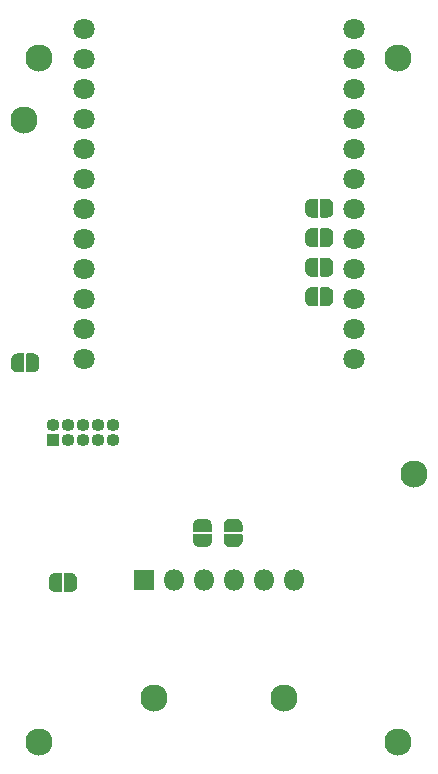
<source format=gbr>
%TF.GenerationSoftware,KiCad,Pcbnew,5.1.6*%
%TF.CreationDate,2020-09-04T21:44:15-07:00*%
%TF.ProjectId,sniffer,736e6966-6665-4722-9e6b-696361645f70,rev?*%
%TF.SameCoordinates,Original*%
%TF.FileFunction,Soldermask,Bot*%
%TF.FilePolarity,Negative*%
%FSLAX46Y46*%
G04 Gerber Fmt 4.6, Leading zero omitted, Abs format (unit mm)*
G04 Created by KiCad (PCBNEW 5.1.6) date 2020-09-04 21:44:15*
%MOMM*%
%LPD*%
G01*
G04 APERTURE LIST*
%ADD10C,2.300000*%
%ADD11O,1.800000X1.800000*%
%ADD12R,1.800000X1.800000*%
%ADD13O,1.100000X1.100000*%
%ADD14R,1.100000X1.100000*%
%ADD15C,1.800000*%
%ADD16C,0.100000*%
G04 APERTURE END LIST*
D10*
%TO.C,J1*%
X125500000Y-94000000D03*
X114500000Y-94000000D03*
D11*
X126350000Y-84000000D03*
X123810000Y-84000000D03*
X121270000Y-84000000D03*
X118730000Y-84000000D03*
X116190000Y-84000000D03*
D12*
X113650000Y-84000000D03*
%TD*%
D13*
%TO.C,J2*%
X107230000Y-70900000D03*
X105960000Y-70900000D03*
X109770000Y-70900000D03*
X111040000Y-72170000D03*
X111040000Y-70900000D03*
X107230000Y-72170000D03*
X108500000Y-70900000D03*
X109770000Y-72170000D03*
D14*
X105960000Y-72170000D03*
D13*
X108500000Y-72170000D03*
D10*
X103500000Y-45000000D03*
X136500000Y-75000000D03*
%TD*%
%TO.C,H4*%
X135200000Y-97700000D03*
%TD*%
%TO.C,H3*%
X135200000Y-39800000D03*
%TD*%
%TO.C,H2*%
X104800000Y-97700000D03*
%TD*%
%TO.C,H1*%
X104800000Y-39800000D03*
%TD*%
D15*
%TO.C,U1*%
X108570000Y-65240000D03*
X108570000Y-62700000D03*
X108570000Y-60160000D03*
X108570000Y-57620000D03*
X108570000Y-55080000D03*
X108570000Y-52540000D03*
X108570000Y-50000000D03*
X108570000Y-47460000D03*
X108570000Y-44920000D03*
X108570000Y-42380000D03*
X108570000Y-39840000D03*
X108570000Y-37300000D03*
X131430000Y-65240000D03*
X131430000Y-62700000D03*
X131430000Y-60160000D03*
X131430000Y-57620000D03*
X131430000Y-55080000D03*
X131430000Y-52540000D03*
X131430000Y-50000000D03*
X131430000Y-47460000D03*
X131430000Y-44920000D03*
X131430000Y-42380000D03*
X131430000Y-39840000D03*
X131430000Y-37300000D03*
%TD*%
D16*
%TO.C,JP1*%
G36*
X106659755Y-83400961D02*
G01*
X106669134Y-83403806D01*
X106677779Y-83408427D01*
X106685355Y-83414645D01*
X106691573Y-83422221D01*
X106696194Y-83430866D01*
X106699039Y-83440245D01*
X106700000Y-83450000D01*
X106700000Y-84950000D01*
X106699039Y-84959755D01*
X106696194Y-84969134D01*
X106691573Y-84977779D01*
X106685355Y-84985355D01*
X106677779Y-84991573D01*
X106669134Y-84996194D01*
X106659755Y-84999039D01*
X106650000Y-85000000D01*
X106150000Y-85000000D01*
X106143889Y-84999398D01*
X106125466Y-84999398D01*
X106120565Y-84999157D01*
X106071734Y-84994347D01*
X106066881Y-84993627D01*
X106018756Y-84984055D01*
X106013995Y-84982863D01*
X105967040Y-84968619D01*
X105962421Y-84966966D01*
X105917088Y-84948189D01*
X105912651Y-84946091D01*
X105869378Y-84922960D01*
X105865171Y-84920438D01*
X105824372Y-84893178D01*
X105820430Y-84890254D01*
X105782501Y-84859126D01*
X105778866Y-84855831D01*
X105744169Y-84821134D01*
X105740874Y-84817499D01*
X105709746Y-84779570D01*
X105706822Y-84775628D01*
X105679562Y-84734829D01*
X105677040Y-84730622D01*
X105653909Y-84687349D01*
X105651811Y-84682912D01*
X105633034Y-84637579D01*
X105631381Y-84632960D01*
X105617137Y-84586005D01*
X105615945Y-84581244D01*
X105606373Y-84533119D01*
X105605653Y-84528266D01*
X105600843Y-84479435D01*
X105600602Y-84474534D01*
X105600602Y-84456111D01*
X105600000Y-84450000D01*
X105600000Y-83950000D01*
X105600602Y-83943889D01*
X105600602Y-83925466D01*
X105600843Y-83920565D01*
X105605653Y-83871734D01*
X105606373Y-83866881D01*
X105615945Y-83818756D01*
X105617137Y-83813995D01*
X105631381Y-83767040D01*
X105633034Y-83762421D01*
X105651811Y-83717088D01*
X105653909Y-83712651D01*
X105677040Y-83669378D01*
X105679562Y-83665171D01*
X105706822Y-83624372D01*
X105709746Y-83620430D01*
X105740874Y-83582501D01*
X105744169Y-83578866D01*
X105778866Y-83544169D01*
X105782501Y-83540874D01*
X105820430Y-83509746D01*
X105824372Y-83506822D01*
X105865171Y-83479562D01*
X105869378Y-83477040D01*
X105912651Y-83453909D01*
X105917088Y-83451811D01*
X105962421Y-83433034D01*
X105967040Y-83431381D01*
X106013995Y-83417137D01*
X106018756Y-83415945D01*
X106066881Y-83406373D01*
X106071734Y-83405653D01*
X106120565Y-83400843D01*
X106125466Y-83400602D01*
X106143889Y-83400602D01*
X106150000Y-83400000D01*
X106650000Y-83400000D01*
X106659755Y-83400961D01*
G37*
G36*
X107456111Y-83400602D02*
G01*
X107474534Y-83400602D01*
X107479435Y-83400843D01*
X107528266Y-83405653D01*
X107533119Y-83406373D01*
X107581244Y-83415945D01*
X107586005Y-83417137D01*
X107632960Y-83431381D01*
X107637579Y-83433034D01*
X107682912Y-83451811D01*
X107687349Y-83453909D01*
X107730622Y-83477040D01*
X107734829Y-83479562D01*
X107775628Y-83506822D01*
X107779570Y-83509746D01*
X107817499Y-83540874D01*
X107821134Y-83544169D01*
X107855831Y-83578866D01*
X107859126Y-83582501D01*
X107890254Y-83620430D01*
X107893178Y-83624372D01*
X107920438Y-83665171D01*
X107922960Y-83669378D01*
X107946091Y-83712651D01*
X107948189Y-83717088D01*
X107966966Y-83762421D01*
X107968619Y-83767040D01*
X107982863Y-83813995D01*
X107984055Y-83818756D01*
X107993627Y-83866881D01*
X107994347Y-83871734D01*
X107999157Y-83920565D01*
X107999398Y-83925466D01*
X107999398Y-83943889D01*
X108000000Y-83950000D01*
X108000000Y-84450000D01*
X107999398Y-84456111D01*
X107999398Y-84474534D01*
X107999157Y-84479435D01*
X107994347Y-84528266D01*
X107993627Y-84533119D01*
X107984055Y-84581244D01*
X107982863Y-84586005D01*
X107968619Y-84632960D01*
X107966966Y-84637579D01*
X107948189Y-84682912D01*
X107946091Y-84687349D01*
X107922960Y-84730622D01*
X107920438Y-84734829D01*
X107893178Y-84775628D01*
X107890254Y-84779570D01*
X107859126Y-84817499D01*
X107855831Y-84821134D01*
X107821134Y-84855831D01*
X107817499Y-84859126D01*
X107779570Y-84890254D01*
X107775628Y-84893178D01*
X107734829Y-84920438D01*
X107730622Y-84922960D01*
X107687349Y-84946091D01*
X107682912Y-84948189D01*
X107637579Y-84966966D01*
X107632960Y-84968619D01*
X107586005Y-84982863D01*
X107581244Y-84984055D01*
X107533119Y-84993627D01*
X107528266Y-84994347D01*
X107479435Y-84999157D01*
X107474534Y-84999398D01*
X107456111Y-84999398D01*
X107450000Y-85000000D01*
X106950000Y-85000000D01*
X106940245Y-84999039D01*
X106930866Y-84996194D01*
X106922221Y-84991573D01*
X106914645Y-84985355D01*
X106908427Y-84977779D01*
X106903806Y-84969134D01*
X106900961Y-84959755D01*
X106900000Y-84950000D01*
X106900000Y-83450000D01*
X106900961Y-83440245D01*
X106903806Y-83430866D01*
X106908427Y-83422221D01*
X106914645Y-83414645D01*
X106922221Y-83408427D01*
X106930866Y-83403806D01*
X106940245Y-83400961D01*
X106950000Y-83400000D01*
X107450000Y-83400000D01*
X107456111Y-83400602D01*
G37*
%TD*%
%TO.C,JP2*%
G36*
X117800961Y-80140245D02*
G01*
X117803806Y-80130866D01*
X117808427Y-80122221D01*
X117814645Y-80114645D01*
X117822221Y-80108427D01*
X117830866Y-80103806D01*
X117840245Y-80100961D01*
X117850000Y-80100000D01*
X119350000Y-80100000D01*
X119359755Y-80100961D01*
X119369134Y-80103806D01*
X119377779Y-80108427D01*
X119385355Y-80114645D01*
X119391573Y-80122221D01*
X119396194Y-80130866D01*
X119399039Y-80140245D01*
X119400000Y-80150000D01*
X119400000Y-80650000D01*
X119399398Y-80656111D01*
X119399398Y-80674534D01*
X119399157Y-80679435D01*
X119394347Y-80728266D01*
X119393627Y-80733119D01*
X119384055Y-80781244D01*
X119382863Y-80786005D01*
X119368619Y-80832960D01*
X119366966Y-80837579D01*
X119348189Y-80882912D01*
X119346091Y-80887349D01*
X119322960Y-80930622D01*
X119320438Y-80934829D01*
X119293178Y-80975628D01*
X119290254Y-80979570D01*
X119259126Y-81017499D01*
X119255831Y-81021134D01*
X119221134Y-81055831D01*
X119217499Y-81059126D01*
X119179570Y-81090254D01*
X119175628Y-81093178D01*
X119134829Y-81120438D01*
X119130622Y-81122960D01*
X119087349Y-81146091D01*
X119082912Y-81148189D01*
X119037579Y-81166966D01*
X119032960Y-81168619D01*
X118986005Y-81182863D01*
X118981244Y-81184055D01*
X118933119Y-81193627D01*
X118928266Y-81194347D01*
X118879435Y-81199157D01*
X118874534Y-81199398D01*
X118856111Y-81199398D01*
X118850000Y-81200000D01*
X118350000Y-81200000D01*
X118343889Y-81199398D01*
X118325466Y-81199398D01*
X118320565Y-81199157D01*
X118271734Y-81194347D01*
X118266881Y-81193627D01*
X118218756Y-81184055D01*
X118213995Y-81182863D01*
X118167040Y-81168619D01*
X118162421Y-81166966D01*
X118117088Y-81148189D01*
X118112651Y-81146091D01*
X118069378Y-81122960D01*
X118065171Y-81120438D01*
X118024372Y-81093178D01*
X118020430Y-81090254D01*
X117982501Y-81059126D01*
X117978866Y-81055831D01*
X117944169Y-81021134D01*
X117940874Y-81017499D01*
X117909746Y-80979570D01*
X117906822Y-80975628D01*
X117879562Y-80934829D01*
X117877040Y-80930622D01*
X117853909Y-80887349D01*
X117851811Y-80882912D01*
X117833034Y-80837579D01*
X117831381Y-80832960D01*
X117817137Y-80786005D01*
X117815945Y-80781244D01*
X117806373Y-80733119D01*
X117805653Y-80728266D01*
X117800843Y-80679435D01*
X117800602Y-80674534D01*
X117800602Y-80656111D01*
X117800000Y-80650000D01*
X117800000Y-80150000D01*
X117800961Y-80140245D01*
G37*
G36*
X117800602Y-79343889D02*
G01*
X117800602Y-79325466D01*
X117800843Y-79320565D01*
X117805653Y-79271734D01*
X117806373Y-79266881D01*
X117815945Y-79218756D01*
X117817137Y-79213995D01*
X117831381Y-79167040D01*
X117833034Y-79162421D01*
X117851811Y-79117088D01*
X117853909Y-79112651D01*
X117877040Y-79069378D01*
X117879562Y-79065171D01*
X117906822Y-79024372D01*
X117909746Y-79020430D01*
X117940874Y-78982501D01*
X117944169Y-78978866D01*
X117978866Y-78944169D01*
X117982501Y-78940874D01*
X118020430Y-78909746D01*
X118024372Y-78906822D01*
X118065171Y-78879562D01*
X118069378Y-78877040D01*
X118112651Y-78853909D01*
X118117088Y-78851811D01*
X118162421Y-78833034D01*
X118167040Y-78831381D01*
X118213995Y-78817137D01*
X118218756Y-78815945D01*
X118266881Y-78806373D01*
X118271734Y-78805653D01*
X118320565Y-78800843D01*
X118325466Y-78800602D01*
X118343889Y-78800602D01*
X118350000Y-78800000D01*
X118850000Y-78800000D01*
X118856111Y-78800602D01*
X118874534Y-78800602D01*
X118879435Y-78800843D01*
X118928266Y-78805653D01*
X118933119Y-78806373D01*
X118981244Y-78815945D01*
X118986005Y-78817137D01*
X119032960Y-78831381D01*
X119037579Y-78833034D01*
X119082912Y-78851811D01*
X119087349Y-78853909D01*
X119130622Y-78877040D01*
X119134829Y-78879562D01*
X119175628Y-78906822D01*
X119179570Y-78909746D01*
X119217499Y-78940874D01*
X119221134Y-78944169D01*
X119255831Y-78978866D01*
X119259126Y-78982501D01*
X119290254Y-79020430D01*
X119293178Y-79024372D01*
X119320438Y-79065171D01*
X119322960Y-79069378D01*
X119346091Y-79112651D01*
X119348189Y-79117088D01*
X119366966Y-79162421D01*
X119368619Y-79167040D01*
X119382863Y-79213995D01*
X119384055Y-79218756D01*
X119393627Y-79266881D01*
X119394347Y-79271734D01*
X119399157Y-79320565D01*
X119399398Y-79325466D01*
X119399398Y-79343889D01*
X119400000Y-79350000D01*
X119400000Y-79850000D01*
X119399039Y-79859755D01*
X119396194Y-79869134D01*
X119391573Y-79877779D01*
X119385355Y-79885355D01*
X119377779Y-79891573D01*
X119369134Y-79896194D01*
X119359755Y-79899039D01*
X119350000Y-79900000D01*
X117850000Y-79900000D01*
X117840245Y-79899039D01*
X117830866Y-79896194D01*
X117822221Y-79891573D01*
X117814645Y-79885355D01*
X117808427Y-79877779D01*
X117803806Y-79869134D01*
X117800961Y-79859755D01*
X117800000Y-79850000D01*
X117800000Y-79350000D01*
X117800602Y-79343889D01*
G37*
%TD*%
%TO.C,JP3*%
G36*
X120400961Y-80140245D02*
G01*
X120403806Y-80130866D01*
X120408427Y-80122221D01*
X120414645Y-80114645D01*
X120422221Y-80108427D01*
X120430866Y-80103806D01*
X120440245Y-80100961D01*
X120450000Y-80100000D01*
X121950000Y-80100000D01*
X121959755Y-80100961D01*
X121969134Y-80103806D01*
X121977779Y-80108427D01*
X121985355Y-80114645D01*
X121991573Y-80122221D01*
X121996194Y-80130866D01*
X121999039Y-80140245D01*
X122000000Y-80150000D01*
X122000000Y-80650000D01*
X121999398Y-80656111D01*
X121999398Y-80674534D01*
X121999157Y-80679435D01*
X121994347Y-80728266D01*
X121993627Y-80733119D01*
X121984055Y-80781244D01*
X121982863Y-80786005D01*
X121968619Y-80832960D01*
X121966966Y-80837579D01*
X121948189Y-80882912D01*
X121946091Y-80887349D01*
X121922960Y-80930622D01*
X121920438Y-80934829D01*
X121893178Y-80975628D01*
X121890254Y-80979570D01*
X121859126Y-81017499D01*
X121855831Y-81021134D01*
X121821134Y-81055831D01*
X121817499Y-81059126D01*
X121779570Y-81090254D01*
X121775628Y-81093178D01*
X121734829Y-81120438D01*
X121730622Y-81122960D01*
X121687349Y-81146091D01*
X121682912Y-81148189D01*
X121637579Y-81166966D01*
X121632960Y-81168619D01*
X121586005Y-81182863D01*
X121581244Y-81184055D01*
X121533119Y-81193627D01*
X121528266Y-81194347D01*
X121479435Y-81199157D01*
X121474534Y-81199398D01*
X121456111Y-81199398D01*
X121450000Y-81200000D01*
X120950000Y-81200000D01*
X120943889Y-81199398D01*
X120925466Y-81199398D01*
X120920565Y-81199157D01*
X120871734Y-81194347D01*
X120866881Y-81193627D01*
X120818756Y-81184055D01*
X120813995Y-81182863D01*
X120767040Y-81168619D01*
X120762421Y-81166966D01*
X120717088Y-81148189D01*
X120712651Y-81146091D01*
X120669378Y-81122960D01*
X120665171Y-81120438D01*
X120624372Y-81093178D01*
X120620430Y-81090254D01*
X120582501Y-81059126D01*
X120578866Y-81055831D01*
X120544169Y-81021134D01*
X120540874Y-81017499D01*
X120509746Y-80979570D01*
X120506822Y-80975628D01*
X120479562Y-80934829D01*
X120477040Y-80930622D01*
X120453909Y-80887349D01*
X120451811Y-80882912D01*
X120433034Y-80837579D01*
X120431381Y-80832960D01*
X120417137Y-80786005D01*
X120415945Y-80781244D01*
X120406373Y-80733119D01*
X120405653Y-80728266D01*
X120400843Y-80679435D01*
X120400602Y-80674534D01*
X120400602Y-80656111D01*
X120400000Y-80650000D01*
X120400000Y-80150000D01*
X120400961Y-80140245D01*
G37*
G36*
X120400602Y-79343889D02*
G01*
X120400602Y-79325466D01*
X120400843Y-79320565D01*
X120405653Y-79271734D01*
X120406373Y-79266881D01*
X120415945Y-79218756D01*
X120417137Y-79213995D01*
X120431381Y-79167040D01*
X120433034Y-79162421D01*
X120451811Y-79117088D01*
X120453909Y-79112651D01*
X120477040Y-79069378D01*
X120479562Y-79065171D01*
X120506822Y-79024372D01*
X120509746Y-79020430D01*
X120540874Y-78982501D01*
X120544169Y-78978866D01*
X120578866Y-78944169D01*
X120582501Y-78940874D01*
X120620430Y-78909746D01*
X120624372Y-78906822D01*
X120665171Y-78879562D01*
X120669378Y-78877040D01*
X120712651Y-78853909D01*
X120717088Y-78851811D01*
X120762421Y-78833034D01*
X120767040Y-78831381D01*
X120813995Y-78817137D01*
X120818756Y-78815945D01*
X120866881Y-78806373D01*
X120871734Y-78805653D01*
X120920565Y-78800843D01*
X120925466Y-78800602D01*
X120943889Y-78800602D01*
X120950000Y-78800000D01*
X121450000Y-78800000D01*
X121456111Y-78800602D01*
X121474534Y-78800602D01*
X121479435Y-78800843D01*
X121528266Y-78805653D01*
X121533119Y-78806373D01*
X121581244Y-78815945D01*
X121586005Y-78817137D01*
X121632960Y-78831381D01*
X121637579Y-78833034D01*
X121682912Y-78851811D01*
X121687349Y-78853909D01*
X121730622Y-78877040D01*
X121734829Y-78879562D01*
X121775628Y-78906822D01*
X121779570Y-78909746D01*
X121817499Y-78940874D01*
X121821134Y-78944169D01*
X121855831Y-78978866D01*
X121859126Y-78982501D01*
X121890254Y-79020430D01*
X121893178Y-79024372D01*
X121920438Y-79065171D01*
X121922960Y-79069378D01*
X121946091Y-79112651D01*
X121948189Y-79117088D01*
X121966966Y-79162421D01*
X121968619Y-79167040D01*
X121982863Y-79213995D01*
X121984055Y-79218756D01*
X121993627Y-79266881D01*
X121994347Y-79271734D01*
X121999157Y-79320565D01*
X121999398Y-79325466D01*
X121999398Y-79343889D01*
X122000000Y-79350000D01*
X122000000Y-79850000D01*
X121999039Y-79859755D01*
X121996194Y-79869134D01*
X121991573Y-79877779D01*
X121985355Y-79885355D01*
X121977779Y-79891573D01*
X121969134Y-79896194D01*
X121959755Y-79899039D01*
X121950000Y-79900000D01*
X120450000Y-79900000D01*
X120440245Y-79899039D01*
X120430866Y-79896194D01*
X120422221Y-79891573D01*
X120414645Y-79885355D01*
X120408427Y-79877779D01*
X120403806Y-79869134D01*
X120400961Y-79859755D01*
X120400000Y-79850000D01*
X120400000Y-79350000D01*
X120400602Y-79343889D01*
G37*
%TD*%
%TO.C,JP4*%
G36*
X128640245Y-53299039D02*
G01*
X128630866Y-53296194D01*
X128622221Y-53291573D01*
X128614645Y-53285355D01*
X128608427Y-53277779D01*
X128603806Y-53269134D01*
X128600961Y-53259755D01*
X128600000Y-53250000D01*
X128600000Y-51750000D01*
X128600961Y-51740245D01*
X128603806Y-51730866D01*
X128608427Y-51722221D01*
X128614645Y-51714645D01*
X128622221Y-51708427D01*
X128630866Y-51703806D01*
X128640245Y-51700961D01*
X128650000Y-51700000D01*
X129150000Y-51700000D01*
X129156111Y-51700602D01*
X129174534Y-51700602D01*
X129179435Y-51700843D01*
X129228266Y-51705653D01*
X129233119Y-51706373D01*
X129281244Y-51715945D01*
X129286005Y-51717137D01*
X129332960Y-51731381D01*
X129337579Y-51733034D01*
X129382912Y-51751811D01*
X129387349Y-51753909D01*
X129430622Y-51777040D01*
X129434829Y-51779562D01*
X129475628Y-51806822D01*
X129479570Y-51809746D01*
X129517499Y-51840874D01*
X129521134Y-51844169D01*
X129555831Y-51878866D01*
X129559126Y-51882501D01*
X129590254Y-51920430D01*
X129593178Y-51924372D01*
X129620438Y-51965171D01*
X129622960Y-51969378D01*
X129646091Y-52012651D01*
X129648189Y-52017088D01*
X129666966Y-52062421D01*
X129668619Y-52067040D01*
X129682863Y-52113995D01*
X129684055Y-52118756D01*
X129693627Y-52166881D01*
X129694347Y-52171734D01*
X129699157Y-52220565D01*
X129699398Y-52225466D01*
X129699398Y-52243889D01*
X129700000Y-52250000D01*
X129700000Y-52750000D01*
X129699398Y-52756111D01*
X129699398Y-52774534D01*
X129699157Y-52779435D01*
X129694347Y-52828266D01*
X129693627Y-52833119D01*
X129684055Y-52881244D01*
X129682863Y-52886005D01*
X129668619Y-52932960D01*
X129666966Y-52937579D01*
X129648189Y-52982912D01*
X129646091Y-52987349D01*
X129622960Y-53030622D01*
X129620438Y-53034829D01*
X129593178Y-53075628D01*
X129590254Y-53079570D01*
X129559126Y-53117499D01*
X129555831Y-53121134D01*
X129521134Y-53155831D01*
X129517499Y-53159126D01*
X129479570Y-53190254D01*
X129475628Y-53193178D01*
X129434829Y-53220438D01*
X129430622Y-53222960D01*
X129387349Y-53246091D01*
X129382912Y-53248189D01*
X129337579Y-53266966D01*
X129332960Y-53268619D01*
X129286005Y-53282863D01*
X129281244Y-53284055D01*
X129233119Y-53293627D01*
X129228266Y-53294347D01*
X129179435Y-53299157D01*
X129174534Y-53299398D01*
X129156111Y-53299398D01*
X129150000Y-53300000D01*
X128650000Y-53300000D01*
X128640245Y-53299039D01*
G37*
G36*
X127843889Y-53299398D02*
G01*
X127825466Y-53299398D01*
X127820565Y-53299157D01*
X127771734Y-53294347D01*
X127766881Y-53293627D01*
X127718756Y-53284055D01*
X127713995Y-53282863D01*
X127667040Y-53268619D01*
X127662421Y-53266966D01*
X127617088Y-53248189D01*
X127612651Y-53246091D01*
X127569378Y-53222960D01*
X127565171Y-53220438D01*
X127524372Y-53193178D01*
X127520430Y-53190254D01*
X127482501Y-53159126D01*
X127478866Y-53155831D01*
X127444169Y-53121134D01*
X127440874Y-53117499D01*
X127409746Y-53079570D01*
X127406822Y-53075628D01*
X127379562Y-53034829D01*
X127377040Y-53030622D01*
X127353909Y-52987349D01*
X127351811Y-52982912D01*
X127333034Y-52937579D01*
X127331381Y-52932960D01*
X127317137Y-52886005D01*
X127315945Y-52881244D01*
X127306373Y-52833119D01*
X127305653Y-52828266D01*
X127300843Y-52779435D01*
X127300602Y-52774534D01*
X127300602Y-52756111D01*
X127300000Y-52750000D01*
X127300000Y-52250000D01*
X127300602Y-52243889D01*
X127300602Y-52225466D01*
X127300843Y-52220565D01*
X127305653Y-52171734D01*
X127306373Y-52166881D01*
X127315945Y-52118756D01*
X127317137Y-52113995D01*
X127331381Y-52067040D01*
X127333034Y-52062421D01*
X127351811Y-52017088D01*
X127353909Y-52012651D01*
X127377040Y-51969378D01*
X127379562Y-51965171D01*
X127406822Y-51924372D01*
X127409746Y-51920430D01*
X127440874Y-51882501D01*
X127444169Y-51878866D01*
X127478866Y-51844169D01*
X127482501Y-51840874D01*
X127520430Y-51809746D01*
X127524372Y-51806822D01*
X127565171Y-51779562D01*
X127569378Y-51777040D01*
X127612651Y-51753909D01*
X127617088Y-51751811D01*
X127662421Y-51733034D01*
X127667040Y-51731381D01*
X127713995Y-51717137D01*
X127718756Y-51715945D01*
X127766881Y-51706373D01*
X127771734Y-51705653D01*
X127820565Y-51700843D01*
X127825466Y-51700602D01*
X127843889Y-51700602D01*
X127850000Y-51700000D01*
X128350000Y-51700000D01*
X128359755Y-51700961D01*
X128369134Y-51703806D01*
X128377779Y-51708427D01*
X128385355Y-51714645D01*
X128391573Y-51722221D01*
X128396194Y-51730866D01*
X128399039Y-51740245D01*
X128400000Y-51750000D01*
X128400000Y-53250000D01*
X128399039Y-53259755D01*
X128396194Y-53269134D01*
X128391573Y-53277779D01*
X128385355Y-53285355D01*
X128377779Y-53291573D01*
X128369134Y-53296194D01*
X128359755Y-53299039D01*
X128350000Y-53300000D01*
X127850000Y-53300000D01*
X127843889Y-53299398D01*
G37*
%TD*%
%TO.C,JP5*%
G36*
X128640245Y-55799039D02*
G01*
X128630866Y-55796194D01*
X128622221Y-55791573D01*
X128614645Y-55785355D01*
X128608427Y-55777779D01*
X128603806Y-55769134D01*
X128600961Y-55759755D01*
X128600000Y-55750000D01*
X128600000Y-54250000D01*
X128600961Y-54240245D01*
X128603806Y-54230866D01*
X128608427Y-54222221D01*
X128614645Y-54214645D01*
X128622221Y-54208427D01*
X128630866Y-54203806D01*
X128640245Y-54200961D01*
X128650000Y-54200000D01*
X129150000Y-54200000D01*
X129156111Y-54200602D01*
X129174534Y-54200602D01*
X129179435Y-54200843D01*
X129228266Y-54205653D01*
X129233119Y-54206373D01*
X129281244Y-54215945D01*
X129286005Y-54217137D01*
X129332960Y-54231381D01*
X129337579Y-54233034D01*
X129382912Y-54251811D01*
X129387349Y-54253909D01*
X129430622Y-54277040D01*
X129434829Y-54279562D01*
X129475628Y-54306822D01*
X129479570Y-54309746D01*
X129517499Y-54340874D01*
X129521134Y-54344169D01*
X129555831Y-54378866D01*
X129559126Y-54382501D01*
X129590254Y-54420430D01*
X129593178Y-54424372D01*
X129620438Y-54465171D01*
X129622960Y-54469378D01*
X129646091Y-54512651D01*
X129648189Y-54517088D01*
X129666966Y-54562421D01*
X129668619Y-54567040D01*
X129682863Y-54613995D01*
X129684055Y-54618756D01*
X129693627Y-54666881D01*
X129694347Y-54671734D01*
X129699157Y-54720565D01*
X129699398Y-54725466D01*
X129699398Y-54743889D01*
X129700000Y-54750000D01*
X129700000Y-55250000D01*
X129699398Y-55256111D01*
X129699398Y-55274534D01*
X129699157Y-55279435D01*
X129694347Y-55328266D01*
X129693627Y-55333119D01*
X129684055Y-55381244D01*
X129682863Y-55386005D01*
X129668619Y-55432960D01*
X129666966Y-55437579D01*
X129648189Y-55482912D01*
X129646091Y-55487349D01*
X129622960Y-55530622D01*
X129620438Y-55534829D01*
X129593178Y-55575628D01*
X129590254Y-55579570D01*
X129559126Y-55617499D01*
X129555831Y-55621134D01*
X129521134Y-55655831D01*
X129517499Y-55659126D01*
X129479570Y-55690254D01*
X129475628Y-55693178D01*
X129434829Y-55720438D01*
X129430622Y-55722960D01*
X129387349Y-55746091D01*
X129382912Y-55748189D01*
X129337579Y-55766966D01*
X129332960Y-55768619D01*
X129286005Y-55782863D01*
X129281244Y-55784055D01*
X129233119Y-55793627D01*
X129228266Y-55794347D01*
X129179435Y-55799157D01*
X129174534Y-55799398D01*
X129156111Y-55799398D01*
X129150000Y-55800000D01*
X128650000Y-55800000D01*
X128640245Y-55799039D01*
G37*
G36*
X127843889Y-55799398D02*
G01*
X127825466Y-55799398D01*
X127820565Y-55799157D01*
X127771734Y-55794347D01*
X127766881Y-55793627D01*
X127718756Y-55784055D01*
X127713995Y-55782863D01*
X127667040Y-55768619D01*
X127662421Y-55766966D01*
X127617088Y-55748189D01*
X127612651Y-55746091D01*
X127569378Y-55722960D01*
X127565171Y-55720438D01*
X127524372Y-55693178D01*
X127520430Y-55690254D01*
X127482501Y-55659126D01*
X127478866Y-55655831D01*
X127444169Y-55621134D01*
X127440874Y-55617499D01*
X127409746Y-55579570D01*
X127406822Y-55575628D01*
X127379562Y-55534829D01*
X127377040Y-55530622D01*
X127353909Y-55487349D01*
X127351811Y-55482912D01*
X127333034Y-55437579D01*
X127331381Y-55432960D01*
X127317137Y-55386005D01*
X127315945Y-55381244D01*
X127306373Y-55333119D01*
X127305653Y-55328266D01*
X127300843Y-55279435D01*
X127300602Y-55274534D01*
X127300602Y-55256111D01*
X127300000Y-55250000D01*
X127300000Y-54750000D01*
X127300602Y-54743889D01*
X127300602Y-54725466D01*
X127300843Y-54720565D01*
X127305653Y-54671734D01*
X127306373Y-54666881D01*
X127315945Y-54618756D01*
X127317137Y-54613995D01*
X127331381Y-54567040D01*
X127333034Y-54562421D01*
X127351811Y-54517088D01*
X127353909Y-54512651D01*
X127377040Y-54469378D01*
X127379562Y-54465171D01*
X127406822Y-54424372D01*
X127409746Y-54420430D01*
X127440874Y-54382501D01*
X127444169Y-54378866D01*
X127478866Y-54344169D01*
X127482501Y-54340874D01*
X127520430Y-54309746D01*
X127524372Y-54306822D01*
X127565171Y-54279562D01*
X127569378Y-54277040D01*
X127612651Y-54253909D01*
X127617088Y-54251811D01*
X127662421Y-54233034D01*
X127667040Y-54231381D01*
X127713995Y-54217137D01*
X127718756Y-54215945D01*
X127766881Y-54206373D01*
X127771734Y-54205653D01*
X127820565Y-54200843D01*
X127825466Y-54200602D01*
X127843889Y-54200602D01*
X127850000Y-54200000D01*
X128350000Y-54200000D01*
X128359755Y-54200961D01*
X128369134Y-54203806D01*
X128377779Y-54208427D01*
X128385355Y-54214645D01*
X128391573Y-54222221D01*
X128396194Y-54230866D01*
X128399039Y-54240245D01*
X128400000Y-54250000D01*
X128400000Y-55750000D01*
X128399039Y-55759755D01*
X128396194Y-55769134D01*
X128391573Y-55777779D01*
X128385355Y-55785355D01*
X128377779Y-55791573D01*
X128369134Y-55796194D01*
X128359755Y-55799039D01*
X128350000Y-55800000D01*
X127850000Y-55800000D01*
X127843889Y-55799398D01*
G37*
%TD*%
%TO.C,JP6*%
G36*
X128640245Y-58299039D02*
G01*
X128630866Y-58296194D01*
X128622221Y-58291573D01*
X128614645Y-58285355D01*
X128608427Y-58277779D01*
X128603806Y-58269134D01*
X128600961Y-58259755D01*
X128600000Y-58250000D01*
X128600000Y-56750000D01*
X128600961Y-56740245D01*
X128603806Y-56730866D01*
X128608427Y-56722221D01*
X128614645Y-56714645D01*
X128622221Y-56708427D01*
X128630866Y-56703806D01*
X128640245Y-56700961D01*
X128650000Y-56700000D01*
X129150000Y-56700000D01*
X129156111Y-56700602D01*
X129174534Y-56700602D01*
X129179435Y-56700843D01*
X129228266Y-56705653D01*
X129233119Y-56706373D01*
X129281244Y-56715945D01*
X129286005Y-56717137D01*
X129332960Y-56731381D01*
X129337579Y-56733034D01*
X129382912Y-56751811D01*
X129387349Y-56753909D01*
X129430622Y-56777040D01*
X129434829Y-56779562D01*
X129475628Y-56806822D01*
X129479570Y-56809746D01*
X129517499Y-56840874D01*
X129521134Y-56844169D01*
X129555831Y-56878866D01*
X129559126Y-56882501D01*
X129590254Y-56920430D01*
X129593178Y-56924372D01*
X129620438Y-56965171D01*
X129622960Y-56969378D01*
X129646091Y-57012651D01*
X129648189Y-57017088D01*
X129666966Y-57062421D01*
X129668619Y-57067040D01*
X129682863Y-57113995D01*
X129684055Y-57118756D01*
X129693627Y-57166881D01*
X129694347Y-57171734D01*
X129699157Y-57220565D01*
X129699398Y-57225466D01*
X129699398Y-57243889D01*
X129700000Y-57250000D01*
X129700000Y-57750000D01*
X129699398Y-57756111D01*
X129699398Y-57774534D01*
X129699157Y-57779435D01*
X129694347Y-57828266D01*
X129693627Y-57833119D01*
X129684055Y-57881244D01*
X129682863Y-57886005D01*
X129668619Y-57932960D01*
X129666966Y-57937579D01*
X129648189Y-57982912D01*
X129646091Y-57987349D01*
X129622960Y-58030622D01*
X129620438Y-58034829D01*
X129593178Y-58075628D01*
X129590254Y-58079570D01*
X129559126Y-58117499D01*
X129555831Y-58121134D01*
X129521134Y-58155831D01*
X129517499Y-58159126D01*
X129479570Y-58190254D01*
X129475628Y-58193178D01*
X129434829Y-58220438D01*
X129430622Y-58222960D01*
X129387349Y-58246091D01*
X129382912Y-58248189D01*
X129337579Y-58266966D01*
X129332960Y-58268619D01*
X129286005Y-58282863D01*
X129281244Y-58284055D01*
X129233119Y-58293627D01*
X129228266Y-58294347D01*
X129179435Y-58299157D01*
X129174534Y-58299398D01*
X129156111Y-58299398D01*
X129150000Y-58300000D01*
X128650000Y-58300000D01*
X128640245Y-58299039D01*
G37*
G36*
X127843889Y-58299398D02*
G01*
X127825466Y-58299398D01*
X127820565Y-58299157D01*
X127771734Y-58294347D01*
X127766881Y-58293627D01*
X127718756Y-58284055D01*
X127713995Y-58282863D01*
X127667040Y-58268619D01*
X127662421Y-58266966D01*
X127617088Y-58248189D01*
X127612651Y-58246091D01*
X127569378Y-58222960D01*
X127565171Y-58220438D01*
X127524372Y-58193178D01*
X127520430Y-58190254D01*
X127482501Y-58159126D01*
X127478866Y-58155831D01*
X127444169Y-58121134D01*
X127440874Y-58117499D01*
X127409746Y-58079570D01*
X127406822Y-58075628D01*
X127379562Y-58034829D01*
X127377040Y-58030622D01*
X127353909Y-57987349D01*
X127351811Y-57982912D01*
X127333034Y-57937579D01*
X127331381Y-57932960D01*
X127317137Y-57886005D01*
X127315945Y-57881244D01*
X127306373Y-57833119D01*
X127305653Y-57828266D01*
X127300843Y-57779435D01*
X127300602Y-57774534D01*
X127300602Y-57756111D01*
X127300000Y-57750000D01*
X127300000Y-57250000D01*
X127300602Y-57243889D01*
X127300602Y-57225466D01*
X127300843Y-57220565D01*
X127305653Y-57171734D01*
X127306373Y-57166881D01*
X127315945Y-57118756D01*
X127317137Y-57113995D01*
X127331381Y-57067040D01*
X127333034Y-57062421D01*
X127351811Y-57017088D01*
X127353909Y-57012651D01*
X127377040Y-56969378D01*
X127379562Y-56965171D01*
X127406822Y-56924372D01*
X127409746Y-56920430D01*
X127440874Y-56882501D01*
X127444169Y-56878866D01*
X127478866Y-56844169D01*
X127482501Y-56840874D01*
X127520430Y-56809746D01*
X127524372Y-56806822D01*
X127565171Y-56779562D01*
X127569378Y-56777040D01*
X127612651Y-56753909D01*
X127617088Y-56751811D01*
X127662421Y-56733034D01*
X127667040Y-56731381D01*
X127713995Y-56717137D01*
X127718756Y-56715945D01*
X127766881Y-56706373D01*
X127771734Y-56705653D01*
X127820565Y-56700843D01*
X127825466Y-56700602D01*
X127843889Y-56700602D01*
X127850000Y-56700000D01*
X128350000Y-56700000D01*
X128359755Y-56700961D01*
X128369134Y-56703806D01*
X128377779Y-56708427D01*
X128385355Y-56714645D01*
X128391573Y-56722221D01*
X128396194Y-56730866D01*
X128399039Y-56740245D01*
X128400000Y-56750000D01*
X128400000Y-58250000D01*
X128399039Y-58259755D01*
X128396194Y-58269134D01*
X128391573Y-58277779D01*
X128385355Y-58285355D01*
X128377779Y-58291573D01*
X128369134Y-58296194D01*
X128359755Y-58299039D01*
X128350000Y-58300000D01*
X127850000Y-58300000D01*
X127843889Y-58299398D01*
G37*
%TD*%
%TO.C,JP7*%
G36*
X128640245Y-60799039D02*
G01*
X128630866Y-60796194D01*
X128622221Y-60791573D01*
X128614645Y-60785355D01*
X128608427Y-60777779D01*
X128603806Y-60769134D01*
X128600961Y-60759755D01*
X128600000Y-60750000D01*
X128600000Y-59250000D01*
X128600961Y-59240245D01*
X128603806Y-59230866D01*
X128608427Y-59222221D01*
X128614645Y-59214645D01*
X128622221Y-59208427D01*
X128630866Y-59203806D01*
X128640245Y-59200961D01*
X128650000Y-59200000D01*
X129150000Y-59200000D01*
X129156111Y-59200602D01*
X129174534Y-59200602D01*
X129179435Y-59200843D01*
X129228266Y-59205653D01*
X129233119Y-59206373D01*
X129281244Y-59215945D01*
X129286005Y-59217137D01*
X129332960Y-59231381D01*
X129337579Y-59233034D01*
X129382912Y-59251811D01*
X129387349Y-59253909D01*
X129430622Y-59277040D01*
X129434829Y-59279562D01*
X129475628Y-59306822D01*
X129479570Y-59309746D01*
X129517499Y-59340874D01*
X129521134Y-59344169D01*
X129555831Y-59378866D01*
X129559126Y-59382501D01*
X129590254Y-59420430D01*
X129593178Y-59424372D01*
X129620438Y-59465171D01*
X129622960Y-59469378D01*
X129646091Y-59512651D01*
X129648189Y-59517088D01*
X129666966Y-59562421D01*
X129668619Y-59567040D01*
X129682863Y-59613995D01*
X129684055Y-59618756D01*
X129693627Y-59666881D01*
X129694347Y-59671734D01*
X129699157Y-59720565D01*
X129699398Y-59725466D01*
X129699398Y-59743889D01*
X129700000Y-59750000D01*
X129700000Y-60250000D01*
X129699398Y-60256111D01*
X129699398Y-60274534D01*
X129699157Y-60279435D01*
X129694347Y-60328266D01*
X129693627Y-60333119D01*
X129684055Y-60381244D01*
X129682863Y-60386005D01*
X129668619Y-60432960D01*
X129666966Y-60437579D01*
X129648189Y-60482912D01*
X129646091Y-60487349D01*
X129622960Y-60530622D01*
X129620438Y-60534829D01*
X129593178Y-60575628D01*
X129590254Y-60579570D01*
X129559126Y-60617499D01*
X129555831Y-60621134D01*
X129521134Y-60655831D01*
X129517499Y-60659126D01*
X129479570Y-60690254D01*
X129475628Y-60693178D01*
X129434829Y-60720438D01*
X129430622Y-60722960D01*
X129387349Y-60746091D01*
X129382912Y-60748189D01*
X129337579Y-60766966D01*
X129332960Y-60768619D01*
X129286005Y-60782863D01*
X129281244Y-60784055D01*
X129233119Y-60793627D01*
X129228266Y-60794347D01*
X129179435Y-60799157D01*
X129174534Y-60799398D01*
X129156111Y-60799398D01*
X129150000Y-60800000D01*
X128650000Y-60800000D01*
X128640245Y-60799039D01*
G37*
G36*
X127843889Y-60799398D02*
G01*
X127825466Y-60799398D01*
X127820565Y-60799157D01*
X127771734Y-60794347D01*
X127766881Y-60793627D01*
X127718756Y-60784055D01*
X127713995Y-60782863D01*
X127667040Y-60768619D01*
X127662421Y-60766966D01*
X127617088Y-60748189D01*
X127612651Y-60746091D01*
X127569378Y-60722960D01*
X127565171Y-60720438D01*
X127524372Y-60693178D01*
X127520430Y-60690254D01*
X127482501Y-60659126D01*
X127478866Y-60655831D01*
X127444169Y-60621134D01*
X127440874Y-60617499D01*
X127409746Y-60579570D01*
X127406822Y-60575628D01*
X127379562Y-60534829D01*
X127377040Y-60530622D01*
X127353909Y-60487349D01*
X127351811Y-60482912D01*
X127333034Y-60437579D01*
X127331381Y-60432960D01*
X127317137Y-60386005D01*
X127315945Y-60381244D01*
X127306373Y-60333119D01*
X127305653Y-60328266D01*
X127300843Y-60279435D01*
X127300602Y-60274534D01*
X127300602Y-60256111D01*
X127300000Y-60250000D01*
X127300000Y-59750000D01*
X127300602Y-59743889D01*
X127300602Y-59725466D01*
X127300843Y-59720565D01*
X127305653Y-59671734D01*
X127306373Y-59666881D01*
X127315945Y-59618756D01*
X127317137Y-59613995D01*
X127331381Y-59567040D01*
X127333034Y-59562421D01*
X127351811Y-59517088D01*
X127353909Y-59512651D01*
X127377040Y-59469378D01*
X127379562Y-59465171D01*
X127406822Y-59424372D01*
X127409746Y-59420430D01*
X127440874Y-59382501D01*
X127444169Y-59378866D01*
X127478866Y-59344169D01*
X127482501Y-59340874D01*
X127520430Y-59309746D01*
X127524372Y-59306822D01*
X127565171Y-59279562D01*
X127569378Y-59277040D01*
X127612651Y-59253909D01*
X127617088Y-59251811D01*
X127662421Y-59233034D01*
X127667040Y-59231381D01*
X127713995Y-59217137D01*
X127718756Y-59215945D01*
X127766881Y-59206373D01*
X127771734Y-59205653D01*
X127820565Y-59200843D01*
X127825466Y-59200602D01*
X127843889Y-59200602D01*
X127850000Y-59200000D01*
X128350000Y-59200000D01*
X128359755Y-59200961D01*
X128369134Y-59203806D01*
X128377779Y-59208427D01*
X128385355Y-59214645D01*
X128391573Y-59222221D01*
X128396194Y-59230866D01*
X128399039Y-59240245D01*
X128400000Y-59250000D01*
X128400000Y-60750000D01*
X128399039Y-60759755D01*
X128396194Y-60769134D01*
X128391573Y-60777779D01*
X128385355Y-60785355D01*
X128377779Y-60791573D01*
X128369134Y-60796194D01*
X128359755Y-60799039D01*
X128350000Y-60800000D01*
X127850000Y-60800000D01*
X127843889Y-60799398D01*
G37*
%TD*%
%TO.C,JP8*%
G36*
X103740245Y-66399039D02*
G01*
X103730866Y-66396194D01*
X103722221Y-66391573D01*
X103714645Y-66385355D01*
X103708427Y-66377779D01*
X103703806Y-66369134D01*
X103700961Y-66359755D01*
X103700000Y-66350000D01*
X103700000Y-64850000D01*
X103700961Y-64840245D01*
X103703806Y-64830866D01*
X103708427Y-64822221D01*
X103714645Y-64814645D01*
X103722221Y-64808427D01*
X103730866Y-64803806D01*
X103740245Y-64800961D01*
X103750000Y-64800000D01*
X104250000Y-64800000D01*
X104256111Y-64800602D01*
X104274534Y-64800602D01*
X104279435Y-64800843D01*
X104328266Y-64805653D01*
X104333119Y-64806373D01*
X104381244Y-64815945D01*
X104386005Y-64817137D01*
X104432960Y-64831381D01*
X104437579Y-64833034D01*
X104482912Y-64851811D01*
X104487349Y-64853909D01*
X104530622Y-64877040D01*
X104534829Y-64879562D01*
X104575628Y-64906822D01*
X104579570Y-64909746D01*
X104617499Y-64940874D01*
X104621134Y-64944169D01*
X104655831Y-64978866D01*
X104659126Y-64982501D01*
X104690254Y-65020430D01*
X104693178Y-65024372D01*
X104720438Y-65065171D01*
X104722960Y-65069378D01*
X104746091Y-65112651D01*
X104748189Y-65117088D01*
X104766966Y-65162421D01*
X104768619Y-65167040D01*
X104782863Y-65213995D01*
X104784055Y-65218756D01*
X104793627Y-65266881D01*
X104794347Y-65271734D01*
X104799157Y-65320565D01*
X104799398Y-65325466D01*
X104799398Y-65343889D01*
X104800000Y-65350000D01*
X104800000Y-65850000D01*
X104799398Y-65856111D01*
X104799398Y-65874534D01*
X104799157Y-65879435D01*
X104794347Y-65928266D01*
X104793627Y-65933119D01*
X104784055Y-65981244D01*
X104782863Y-65986005D01*
X104768619Y-66032960D01*
X104766966Y-66037579D01*
X104748189Y-66082912D01*
X104746091Y-66087349D01*
X104722960Y-66130622D01*
X104720438Y-66134829D01*
X104693178Y-66175628D01*
X104690254Y-66179570D01*
X104659126Y-66217499D01*
X104655831Y-66221134D01*
X104621134Y-66255831D01*
X104617499Y-66259126D01*
X104579570Y-66290254D01*
X104575628Y-66293178D01*
X104534829Y-66320438D01*
X104530622Y-66322960D01*
X104487349Y-66346091D01*
X104482912Y-66348189D01*
X104437579Y-66366966D01*
X104432960Y-66368619D01*
X104386005Y-66382863D01*
X104381244Y-66384055D01*
X104333119Y-66393627D01*
X104328266Y-66394347D01*
X104279435Y-66399157D01*
X104274534Y-66399398D01*
X104256111Y-66399398D01*
X104250000Y-66400000D01*
X103750000Y-66400000D01*
X103740245Y-66399039D01*
G37*
G36*
X102943889Y-66399398D02*
G01*
X102925466Y-66399398D01*
X102920565Y-66399157D01*
X102871734Y-66394347D01*
X102866881Y-66393627D01*
X102818756Y-66384055D01*
X102813995Y-66382863D01*
X102767040Y-66368619D01*
X102762421Y-66366966D01*
X102717088Y-66348189D01*
X102712651Y-66346091D01*
X102669378Y-66322960D01*
X102665171Y-66320438D01*
X102624372Y-66293178D01*
X102620430Y-66290254D01*
X102582501Y-66259126D01*
X102578866Y-66255831D01*
X102544169Y-66221134D01*
X102540874Y-66217499D01*
X102509746Y-66179570D01*
X102506822Y-66175628D01*
X102479562Y-66134829D01*
X102477040Y-66130622D01*
X102453909Y-66087349D01*
X102451811Y-66082912D01*
X102433034Y-66037579D01*
X102431381Y-66032960D01*
X102417137Y-65986005D01*
X102415945Y-65981244D01*
X102406373Y-65933119D01*
X102405653Y-65928266D01*
X102400843Y-65879435D01*
X102400602Y-65874534D01*
X102400602Y-65856111D01*
X102400000Y-65850000D01*
X102400000Y-65350000D01*
X102400602Y-65343889D01*
X102400602Y-65325466D01*
X102400843Y-65320565D01*
X102405653Y-65271734D01*
X102406373Y-65266881D01*
X102415945Y-65218756D01*
X102417137Y-65213995D01*
X102431381Y-65167040D01*
X102433034Y-65162421D01*
X102451811Y-65117088D01*
X102453909Y-65112651D01*
X102477040Y-65069378D01*
X102479562Y-65065171D01*
X102506822Y-65024372D01*
X102509746Y-65020430D01*
X102540874Y-64982501D01*
X102544169Y-64978866D01*
X102578866Y-64944169D01*
X102582501Y-64940874D01*
X102620430Y-64909746D01*
X102624372Y-64906822D01*
X102665171Y-64879562D01*
X102669378Y-64877040D01*
X102712651Y-64853909D01*
X102717088Y-64851811D01*
X102762421Y-64833034D01*
X102767040Y-64831381D01*
X102813995Y-64817137D01*
X102818756Y-64815945D01*
X102866881Y-64806373D01*
X102871734Y-64805653D01*
X102920565Y-64800843D01*
X102925466Y-64800602D01*
X102943889Y-64800602D01*
X102950000Y-64800000D01*
X103450000Y-64800000D01*
X103459755Y-64800961D01*
X103469134Y-64803806D01*
X103477779Y-64808427D01*
X103485355Y-64814645D01*
X103491573Y-64822221D01*
X103496194Y-64830866D01*
X103499039Y-64840245D01*
X103500000Y-64850000D01*
X103500000Y-66350000D01*
X103499039Y-66359755D01*
X103496194Y-66369134D01*
X103491573Y-66377779D01*
X103485355Y-66385355D01*
X103477779Y-66391573D01*
X103469134Y-66396194D01*
X103459755Y-66399039D01*
X103450000Y-66400000D01*
X102950000Y-66400000D01*
X102943889Y-66399398D01*
G37*
%TD*%
M02*

</source>
